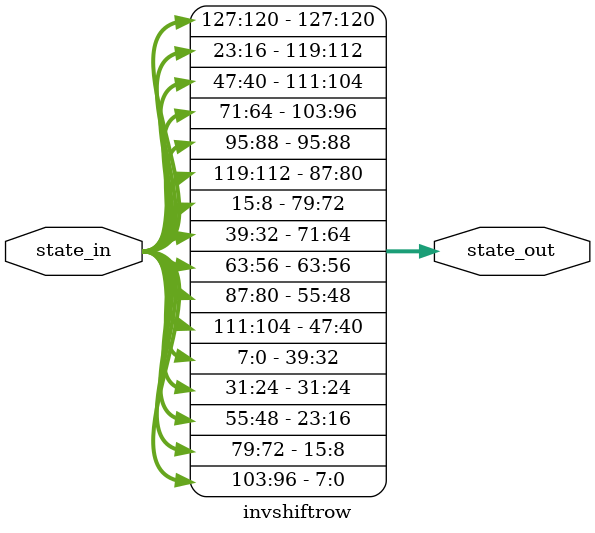
<source format=v>
`timescale 1ns / 1ps


module invshiftrow(
    input [127:0] state_in,    // Input state matrix (128 bits)
    output [127:0] state_out   // Output state matrix after Inverse ShiftRows
);

    // Inverse ShiftRows transformation applied **column-wise**
    // Column 0
    assign state_out[127:120] = state_in[127:120]; // s00 → s00
    assign state_out[95:88]   = state_in[95:88];   // s10 → s10
    assign state_out[63:56]   = state_in[63:56];   // s20 → s20
    assign state_out[31:24]   = state_in[31:24];   // s30 → s30

    // Column 1 (Right shift by 1)
    assign state_out[119:112] = state_in[23:16];   // s31 → s01
    assign state_out[87:80]   = state_in[119:112]; // s01 → s11
    assign state_out[55:48]   = state_in[87:80];   // s11 → s21
    assign state_out[23:16]   = state_in[55:48];   // s21 → s31

    // Column 2 (Right shift by 2)
    assign state_out[111:104] = state_in[47:40];   // s22 → s02
    assign state_out[79:72]   = state_in[15:8];    // s32 → s12
    assign state_out[47:40]   = state_in[111:104]; // s02 → s22
    assign state_out[15:8]    = state_in[79:72];   // s12 → s32

    // Column 3 (Right shift by 3)
    assign state_out[103:96]  = state_in[71:64];   // s13 → s03
    assign state_out[71:64]   = state_in[39:32];   // s23 → s13
    assign state_out[39:32]   = state_in[7:0];     // s33 → s23
    assign state_out[7:0]     = state_in[103:96];  // s03 → s33

endmodule


</source>
